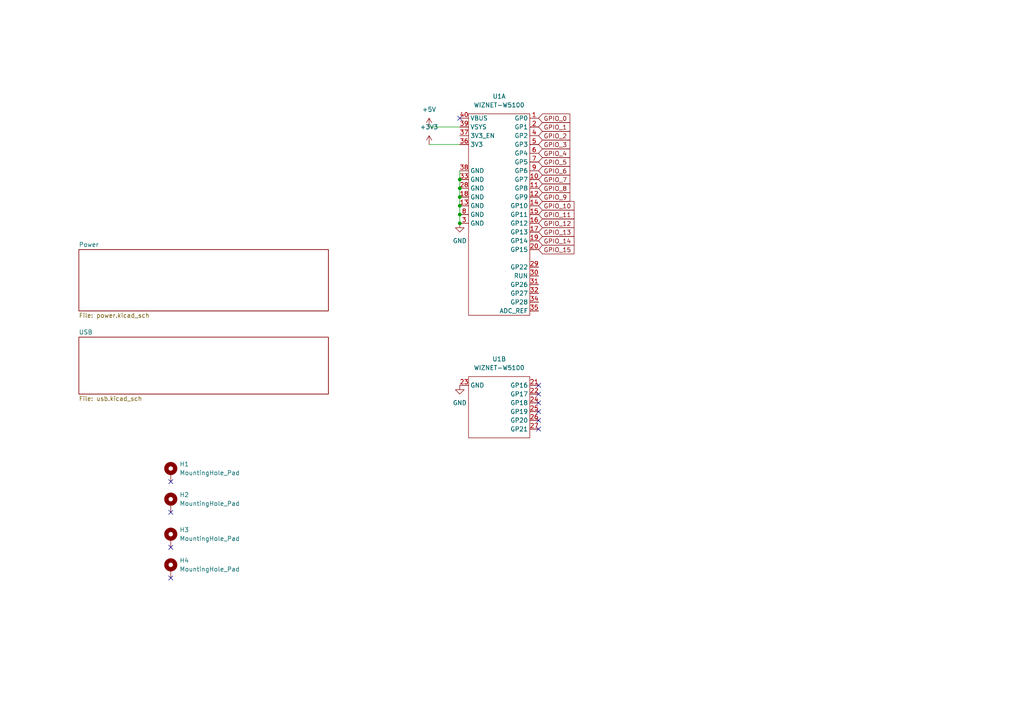
<source format=kicad_sch>
(kicad_sch (version 20211123) (generator eeschema)
  (paper "A4")
  (lib_symbols
    (symbol "01-rickbassham:WIZNET-W5100"
      (property "Reference" "U" (at 0 0 0))
      (property "Value" "WIZNET-W5100" (at 0 0 0))
      (symbol "WIZNET-W5100_1_1"
        (rectangle (start -8.89 -2.54) (end 8.89 -60.96))
        (pin bidirectional line (at 11.43 -3.81 180) (length 2.54) (name "GP0") (number "1"))
        (pin bidirectional line (at 11.43 -21.59 180) (length 2.54) (name "GP7") (number "10"))
        (pin bidirectional line (at 11.43 -24.13 180) (length 2.54) (name "GP8") (number "11"))
        (pin bidirectional line (at 11.43 -26.67 180) (length 2.54) (name "GP9") (number "12"))
        (pin input line (at -11.43 -29.21 0) (length 2.54) (name "GND") (number "13"))
        (pin bidirectional line (at 11.43 -29.21 180) (length 2.54) (name "GP10") (number "14"))
        (pin bidirectional line (at 11.43 -31.75 180) (length 2.54) (name "GP11") (number "15"))
        (pin bidirectional line (at 11.43 -34.29 180) (length 2.54) (name "GP12") (number "16"))
        (pin bidirectional line (at 11.43 -36.83 180) (length 2.54) (name "GP13") (number "17"))
        (pin input line (at -11.43 -26.67 0) (length 2.54) (name "GND") (number "18"))
        (pin bidirectional line (at 11.43 -39.37 180) (length 2.54) (name "GP14") (number "19"))
        (pin bidirectional line (at 11.43 -6.35 180) (length 2.54) (name "GP1") (number "2"))
        (pin bidirectional line (at 11.43 -41.91 180) (length 2.54) (name "GP15") (number "20"))
        (pin input line (at -11.43 -24.13 0) (length 2.54) (name "GND") (number "28"))
        (pin bidirectional line (at 11.43 -46.99 180) (length 2.54) (name "GP22") (number "29"))
        (pin input line (at -11.43 -34.29 0) (length 2.54) (name "GND") (number "3"))
        (pin bidirectional line (at 11.43 -49.53 180) (length 2.54) (name "RUN") (number "30"))
        (pin bidirectional line (at 11.43 -52.07 180) (length 2.54) (name "GP26") (number "31"))
        (pin bidirectional line (at 11.43 -54.61 180) (length 2.54) (name "GP27") (number "32"))
        (pin input line (at -11.43 -21.59 0) (length 2.54) (name "GND") (number "33"))
        (pin bidirectional line (at 11.43 -57.15 180) (length 2.54) (name "GP28") (number "34"))
        (pin bidirectional line (at 11.43 -59.69 180) (length 2.54) (name "ADC_REF") (number "35"))
        (pin power_out line (at -11.43 -11.43 0) (length 2.54) (name "3V3") (number "36"))
        (pin input line (at -11.43 -8.89 0) (length 2.54) (name "3V3_EN") (number "37"))
        (pin input line (at -11.43 -19.05 0) (length 2.54) (name "GND") (number "38"))
        (pin power_in line (at -11.43 -6.35 0) (length 2.54) (name "VSYS") (number "39"))
        (pin bidirectional line (at 11.43 -8.89 180) (length 2.54) (name "GP2") (number "4"))
        (pin power_in line (at -11.43 -3.81 0) (length 2.54) (name "VBUS") (number "40"))
        (pin bidirectional line (at 11.43 -11.43 180) (length 2.54) (name "GP3") (number "5"))
        (pin bidirectional line (at 11.43 -13.97 180) (length 2.54) (name "GP4") (number "6"))
        (pin bidirectional line (at 11.43 -16.51 180) (length 2.54) (name "GP5") (number "7"))
        (pin input line (at -11.43 -31.75 0) (length 2.54) (name "GND") (number "8"))
        (pin bidirectional line (at 11.43 -19.05 180) (length 2.54) (name "GP6") (number "9"))
      )
      (symbol "WIZNET-W5100_2_1"
        (rectangle (start -8.89 -3.81) (end 8.89 -21.59))
        (pin bidirectional line (at 11.43 -6.35 180) (length 2.54) (name "GP16") (number "21"))
        (pin bidirectional line (at 11.43 -8.89 180) (length 2.54) (name "GP17") (number "22"))
        (pin input line (at -11.43 -6.35 0) (length 2.54) (name "GND") (number "23"))
        (pin bidirectional line (at 11.43 -11.43 180) (length 2.54) (name "GP18") (number "24"))
        (pin bidirectional line (at 11.43 -13.97 180) (length 2.54) (name "GP19") (number "25"))
        (pin bidirectional line (at 11.43 -16.51 180) (length 2.54) (name "GP20") (number "26"))
        (pin bidirectional line (at 11.43 -19.05 180) (length 2.54) (name "GP21") (number "27"))
      )
    )
    (symbol "Mechanical:MountingHole_Pad" (pin_numbers hide) (pin_names (offset 1.016) hide)
      (property "Reference" "H" (at 0 6.35 0))
      (property "Value" "MountingHole_Pad" (at 0 4.445 0))
      (symbol "MountingHole_Pad_0_1"
        (circle (center 0 1.27) (radius 1.27) (stroke (width 1.27)))
      )
      (symbol "MountingHole_Pad_1_1"
        (pin input line (at 0 -2.54 90) (length 2.54) (name "1") (number "1"))
      )
    )
    (symbol "power:+3.3V" (power) (pin_names (offset 0))
      (property "Value" "+3.3V" (at 0 3.556 0))
      (symbol "+3.3V_0_1"
        (polyline (pts (xy -0.762 1.27) (xy 0 2.54)))
        (polyline (pts (xy 0 0) (xy 0 2.54)))
        (polyline (pts (xy 0 2.54) (xy 0.762 1.27)))
      )
      (symbol "+3.3V_1_1"
        (pin power_in line (at 0 0 90) (length 0) hide (name "+3V3") (number "1"))
      )
    )
    (symbol "power:+5V" (power) (pin_names (offset 0))
      (property "Value" "+5V" (at 0 3.556 0))
      (symbol "+5V_0_1"
        (polyline (pts (xy -0.762 1.27) (xy 0 2.54)))
        (polyline (pts (xy 0 0) (xy 0 2.54)))
        (polyline (pts (xy 0 2.54) (xy 0.762 1.27)))
      )
      (symbol "+5V_1_1"
        (pin power_in line (at 0 0 90) (length 0) hide (name "+5V") (number "1"))
      )
    )
    (symbol "power:GND" (power) (pin_names (offset 0))
      (property "Value" "GND" (at 0 -3.81 0))
      (symbol "GND_0_1"
        (polyline (pts (xy 0 0) (xy 0 -1.27) (xy 1.27 -1.27) (xy 0 -2.54) (xy -1.27 -1.27) (xy 0 -1.27)))
      )
      (symbol "GND_1_1"
        (pin power_in line (at 0 0 270) (length 0) hide (name "GND") (number "1"))
      )
    )
  )
  (junction (at 133.35 54.61))
  (junction (at 133.35 59.69))
  (junction (at 133.35 52.07))
  (junction (at 133.35 57.15))
  (junction (at 133.35 62.23))
  (junction (at 133.35 64.77))
  (no_connect (at 49.53 167.64))
  (no_connect (at 49.53 148.59))
  (no_connect (at 156.21 124.46))
  (no_connect (at 156.21 111.76))
  (no_connect (at 156.21 114.3))
  (no_connect (at 156.21 116.84))
  (no_connect (at 156.21 119.38))
  (no_connect (at 156.21 121.92))
  (no_connect (at 49.53 158.75))
  (no_connect (at 49.53 139.7))
  (no_connect (at 133.35 34.29))
  (wire (pts (xy 133.35 52.07) (xy 133.35 54.61)))
  (wire (pts (xy 124.46 41.91) (xy 133.35 41.91)))
  (wire (pts (xy 124.46 36.83) (xy 133.35 36.83)))
  (wire (pts (xy 133.35 54.61) (xy 133.35 57.15)))
  (wire (pts (xy 133.35 59.69) (xy 133.35 62.23)))
  (wire (pts (xy 133.35 62.23) (xy 133.35 64.77)))
  (wire (pts (xy 133.35 49.53) (xy 133.35 52.07)))
  (wire (pts (xy 133.35 57.15) (xy 133.35 59.69)))
  (global_label "GPIO_9" (shape input) (at 156.21 57.15 0) (property "Intersheet References" "${INTERSHEET_REFS}" (effects hide)))
  (global_label "GPIO_7" (shape input) (at 156.21 52.07 0) (property "Intersheet References" "${INTERSHEET_REFS}" (effects hide)))
  (global_label "GPIO_13" (shape input) (at 156.21 67.31 0) (property "Intersheet References" "${INTERSHEET_REFS}" (effects hide)))
  (global_label "GPIO_10" (shape input) (at 156.21 59.69 0) (property "Intersheet References" "${INTERSHEET_REFS}" (effects hide)))
  (global_label "GPIO_11" (shape input) (at 156.21 62.23 0) (property "Intersheet References" "${INTERSHEET_REFS}" (effects hide)))
  (global_label "GPIO_15" (shape input) (at 156.21 72.39 0) (property "Intersheet References" "${INTERSHEET_REFS}" (effects hide)))
  (global_label "GPIO_2" (shape input) (at 156.21 39.37 0) (property "Intersheet References" "${INTERSHEET_REFS}" (effects hide)))
  (global_label "GPIO_5" (shape input) (at 156.21 46.99 0) (property "Intersheet References" "${INTERSHEET_REFS}" (effects hide)))
  (global_label "GPIO_4" (shape input) (at 156.21 44.45 0) (property "Intersheet References" "${INTERSHEET_REFS}" (effects hide)))
  (global_label "GPIO_12" (shape input) (at 156.21 64.77 0) (property "Intersheet References" "${INTERSHEET_REFS}" (effects hide)))
  (global_label "GPIO_1" (shape input) (at 156.21 36.83 0) (property "Intersheet References" "${INTERSHEET_REFS}" (effects hide)))
  (global_label "GPIO_6" (shape input) (at 156.21 49.53 0) (property "Intersheet References" "${INTERSHEET_REFS}" (effects hide)))
  (global_label "GPIO_3" (shape input) (at 156.21 41.91 0) (property "Intersheet References" "${INTERSHEET_REFS}" (effects hide)))
  (global_label "GPIO_14" (shape input) (at 156.21 69.85 0) (property "Intersheet References" "${INTERSHEET_REFS}" (effects hide)))
  (global_label "GPIO_0" (shape input) (at 156.21 34.29 0) (property "Intersheet References" "${INTERSHEET_REFS}" (effects hide)))
  (global_label "GPIO_8" (shape input) (at 156.21 54.61 0) (property "Intersheet References" "${INTERSHEET_REFS}" (effects hide)))
  (symbol (lib_id "power:+5V") (at 124.46 36.83 0) (unit 1)
    (property "Reference" "#PWR0110" (effects hide))
    (property "Value" "+5V" (at 124.46 31.75 0))
  )
  (symbol (lib_id "Mechanical:MountingHole_Pad") (at 49.53 165.1 0) (unit 1)
    (property "Reference" "H4" (at 52.07 162.5599 0) (effects (justify left)))
    (property "Value" "MountingHole_Pad" (at 52.07 165.0999 0) (effects (justify left)))
    (property "Footprint" "01-rickbassham:MountingHole_3.2mm_M3_DIN965_Pad" (effects hide))
    (property "DigiKey Part" "952-1495-ND" (effects hide))
    (property "Manufacturer Part" "R30-3000402" (effects hide))
    (property "PurchaseLink" "https://www.digikey.com/en/products/detail/harwin-inc/R30-3000402/2264476" (effects hide))
  )
  (symbol (lib_id "power:+3.3V") (at 124.46 41.91 0) (unit 1)
    (property "Reference" "#PWR0162" (effects hide))
    (property "Value" "+3.3V" (at 124.46 36.83 0))
  )
  (symbol (lib_id "power:GND") (at 133.35 64.77 0) (unit 1)
    (property "Reference" "#PWR0109" (effects hide))
    (property "Value" "GND" (at 133.35 69.85 0))
  )
  (symbol (lib_id "Mechanical:MountingHole_Pad") (at 49.53 137.16 0) (unit 1)
    (property "Reference" "H1" (at 52.07 134.6199 0) (effects (justify left)))
    (property "Value" "MountingHole_Pad" (at 52.07 137.1599 0) (effects (justify left)))
    (property "Footprint" "01-rickbassham:MountingHole_3.2mm_M3_DIN965_Pad" (effects hide))
    (property "DigiKey Part" "952-1495-ND" (effects hide))
    (property "Manufacturer Part" "R30-3000402" (effects hide))
    (property "PurchaseLink" "https://www.digikey.com/en/products/detail/harwin-inc/R30-3000402/2264476" (effects hide))
  )
  (symbol (lib_id "01-rickbassham:WIZNET-W5100") (at 144.78 105.41 0) (unit 2)
    (property "Reference" "U1" (at 144.78 104.14 0))
    (property "Value" "WIZNET-W5100" (at 144.78 106.68 0))
    (property "Footprint" "darkdragons:w5100s-evb-pico-no-debug" (effects hide))
  )
  (symbol (lib_id "Mechanical:MountingHole_Pad") (at 49.53 146.05 0) (unit 1)
    (property "Reference" "H2" (at 52.07 143.5099 0) (effects (justify left)))
    (property "Value" "MountingHole_Pad" (at 52.07 146.0499 0) (effects (justify left)))
    (property "Footprint" "01-rickbassham:MountingHole_3.2mm_M3_DIN965_Pad" (effects hide))
    (property "DigiKey Part" "952-1495-ND" (effects hide))
    (property "Manufacturer Part" "R30-3000402" (effects hide))
    (property "PurchaseLink" "https://www.digikey.com/en/products/detail/harwin-inc/R30-3000402/2264476" (effects hide))
  )
  (symbol (lib_id "Mechanical:MountingHole_Pad") (at 49.53 156.21 0) (unit 1)
    (property "Reference" "H3" (at 52.07 153.6699 0) (effects (justify left)))
    (property "Value" "MountingHole_Pad" (at 52.07 156.2099 0) (effects (justify left)))
    (property "Footprint" "01-rickbassham:MountingHole_3.2mm_M3_DIN965_Pad" (effects hide))
    (property "DigiKey Part" "952-1495-ND" (effects hide))
    (property "Manufacturer Part" "R30-3000402" (effects hide))
    (property "PurchaseLink" "https://www.digikey.com/en/products/detail/harwin-inc/R30-3000402/2264476" (effects hide))
  )
  (symbol (lib_id "01-rickbassham:WIZNET-W5100") (at 144.78 30.48 0) (unit 1)
    (property "Reference" "U1" (at 144.78 27.94 0))
    (property "Value" "WIZNET-W5100" (at 144.78 30.48 0))
    (property "Footprint" "darkdragons:w5100s-evb-pico-no-debug" (effects hide))
  )
  (symbol (lib_id "power:GND") (at 133.35 111.76 0) (unit 1)
    (property "Reference" "#PWR0108" (effects hide))
    (property "Value" "GND" (at 133.35 116.84 0))
  )
  (sheet (at 22.86 97.79) (size 72.39 16.51) (stroke (width 0.1524))
    (property "Sheet name" "USB" (at 22.86 97.0784 0) (effects (justify left bottom)))
    (property "Sheet file" "usb.kicad_sch" (at 22.86 114.8846 0) (effects (justify left top)))
  )
  (sheet (at 22.86 72.39) (size 72.39 17.78) (stroke (width 0.1524))
    (property "Sheet name" "Power" (at 22.86 71.6784 0) (effects (justify left bottom)))
    (property "Sheet file" "power.kicad_sch" (at 22.86 90.7546 0) (effects (justify left top)))
  )
)
</source>
